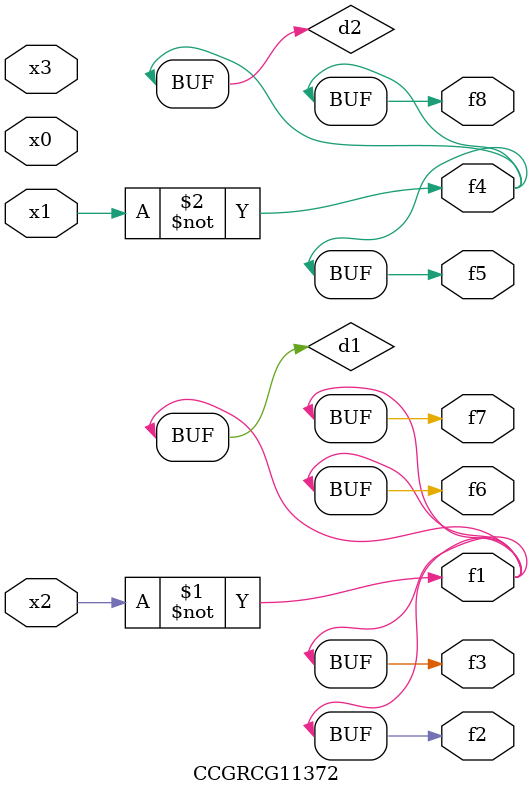
<source format=v>
module CCGRCG11372(
	input x0, x1, x2, x3,
	output f1, f2, f3, f4, f5, f6, f7, f8
);

	wire d1, d2;

	xnor (d1, x2);
	not (d2, x1);
	assign f1 = d1;
	assign f2 = d1;
	assign f3 = d1;
	assign f4 = d2;
	assign f5 = d2;
	assign f6 = d1;
	assign f7 = d1;
	assign f8 = d2;
endmodule

</source>
